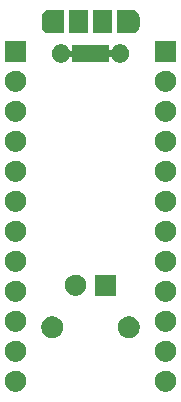
<source format=gbr>
G04 #@! TF.GenerationSoftware,KiCad,Pcbnew,(5.1.5)-3*
G04 #@! TF.CreationDate,2020-12-19T00:41:02-05:00*
G04 #@! TF.ProjectId,STM32_Breakout,53544d33-325f-4427-9265-616b6f75742e,rev?*
G04 #@! TF.SameCoordinates,Original*
G04 #@! TF.FileFunction,Soldermask,Top*
G04 #@! TF.FilePolarity,Negative*
%FSLAX46Y46*%
G04 Gerber Fmt 4.6, Leading zero omitted, Abs format (unit mm)*
G04 Created by KiCad (PCBNEW (5.1.5)-3) date 2020-12-19 00:41:02*
%MOMM*%
%LPD*%
G04 APERTURE LIST*
%ADD10C,0.100000*%
G04 APERTURE END LIST*
D10*
G36*
X134733512Y-103243927D02*
G01*
X134882812Y-103273624D01*
X135046784Y-103341544D01*
X135194354Y-103440147D01*
X135319853Y-103565646D01*
X135418456Y-103713216D01*
X135486376Y-103877188D01*
X135521000Y-104051259D01*
X135521000Y-104228741D01*
X135486376Y-104402812D01*
X135418456Y-104566784D01*
X135319853Y-104714354D01*
X135194354Y-104839853D01*
X135046784Y-104938456D01*
X134882812Y-105006376D01*
X134733512Y-105036073D01*
X134708742Y-105041000D01*
X134531258Y-105041000D01*
X134506488Y-105036073D01*
X134357188Y-105006376D01*
X134193216Y-104938456D01*
X134045646Y-104839853D01*
X133920147Y-104714354D01*
X133821544Y-104566784D01*
X133753624Y-104402812D01*
X133719000Y-104228741D01*
X133719000Y-104051259D01*
X133753624Y-103877188D01*
X133821544Y-103713216D01*
X133920147Y-103565646D01*
X134045646Y-103440147D01*
X134193216Y-103341544D01*
X134357188Y-103273624D01*
X134506488Y-103243927D01*
X134531258Y-103239000D01*
X134708742Y-103239000D01*
X134733512Y-103243927D01*
G37*
G36*
X122033512Y-103243927D02*
G01*
X122182812Y-103273624D01*
X122346784Y-103341544D01*
X122494354Y-103440147D01*
X122619853Y-103565646D01*
X122718456Y-103713216D01*
X122786376Y-103877188D01*
X122821000Y-104051259D01*
X122821000Y-104228741D01*
X122786376Y-104402812D01*
X122718456Y-104566784D01*
X122619853Y-104714354D01*
X122494354Y-104839853D01*
X122346784Y-104938456D01*
X122182812Y-105006376D01*
X122033512Y-105036073D01*
X122008742Y-105041000D01*
X121831258Y-105041000D01*
X121806488Y-105036073D01*
X121657188Y-105006376D01*
X121493216Y-104938456D01*
X121345646Y-104839853D01*
X121220147Y-104714354D01*
X121121544Y-104566784D01*
X121053624Y-104402812D01*
X121019000Y-104228741D01*
X121019000Y-104051259D01*
X121053624Y-103877188D01*
X121121544Y-103713216D01*
X121220147Y-103565646D01*
X121345646Y-103440147D01*
X121493216Y-103341544D01*
X121657188Y-103273624D01*
X121806488Y-103243927D01*
X121831258Y-103239000D01*
X122008742Y-103239000D01*
X122033512Y-103243927D01*
G37*
G36*
X134733512Y-100703927D02*
G01*
X134882812Y-100733624D01*
X135046784Y-100801544D01*
X135194354Y-100900147D01*
X135319853Y-101025646D01*
X135418456Y-101173216D01*
X135486376Y-101337188D01*
X135521000Y-101511259D01*
X135521000Y-101688741D01*
X135486376Y-101862812D01*
X135418456Y-102026784D01*
X135319853Y-102174354D01*
X135194354Y-102299853D01*
X135046784Y-102398456D01*
X134882812Y-102466376D01*
X134733512Y-102496073D01*
X134708742Y-102501000D01*
X134531258Y-102501000D01*
X134506488Y-102496073D01*
X134357188Y-102466376D01*
X134193216Y-102398456D01*
X134045646Y-102299853D01*
X133920147Y-102174354D01*
X133821544Y-102026784D01*
X133753624Y-101862812D01*
X133719000Y-101688741D01*
X133719000Y-101511259D01*
X133753624Y-101337188D01*
X133821544Y-101173216D01*
X133920147Y-101025646D01*
X134045646Y-100900147D01*
X134193216Y-100801544D01*
X134357188Y-100733624D01*
X134506488Y-100703927D01*
X134531258Y-100699000D01*
X134708742Y-100699000D01*
X134733512Y-100703927D01*
G37*
G36*
X122033512Y-100703927D02*
G01*
X122182812Y-100733624D01*
X122346784Y-100801544D01*
X122494354Y-100900147D01*
X122619853Y-101025646D01*
X122718456Y-101173216D01*
X122786376Y-101337188D01*
X122821000Y-101511259D01*
X122821000Y-101688741D01*
X122786376Y-101862812D01*
X122718456Y-102026784D01*
X122619853Y-102174354D01*
X122494354Y-102299853D01*
X122346784Y-102398456D01*
X122182812Y-102466376D01*
X122033512Y-102496073D01*
X122008742Y-102501000D01*
X121831258Y-102501000D01*
X121806488Y-102496073D01*
X121657188Y-102466376D01*
X121493216Y-102398456D01*
X121345646Y-102299853D01*
X121220147Y-102174354D01*
X121121544Y-102026784D01*
X121053624Y-101862812D01*
X121019000Y-101688741D01*
X121019000Y-101511259D01*
X121053624Y-101337188D01*
X121121544Y-101173216D01*
X121220147Y-101025646D01*
X121345646Y-100900147D01*
X121493216Y-100801544D01*
X121657188Y-100733624D01*
X121806488Y-100703927D01*
X121831258Y-100699000D01*
X122008742Y-100699000D01*
X122033512Y-100703927D01*
G37*
G36*
X131790104Y-98677585D02*
G01*
X131958626Y-98747389D01*
X132110291Y-98848728D01*
X132239272Y-98977709D01*
X132340611Y-99129374D01*
X132410415Y-99297896D01*
X132446000Y-99476797D01*
X132446000Y-99659203D01*
X132410415Y-99838104D01*
X132340611Y-100006626D01*
X132239272Y-100158291D01*
X132110291Y-100287272D01*
X131958626Y-100388611D01*
X131790104Y-100458415D01*
X131611203Y-100494000D01*
X131428797Y-100494000D01*
X131249896Y-100458415D01*
X131081374Y-100388611D01*
X130929709Y-100287272D01*
X130800728Y-100158291D01*
X130699389Y-100006626D01*
X130629585Y-99838104D01*
X130594000Y-99659203D01*
X130594000Y-99476797D01*
X130629585Y-99297896D01*
X130699389Y-99129374D01*
X130800728Y-98977709D01*
X130929709Y-98848728D01*
X131081374Y-98747389D01*
X131249896Y-98677585D01*
X131428797Y-98642000D01*
X131611203Y-98642000D01*
X131790104Y-98677585D01*
G37*
G36*
X125290104Y-98677585D02*
G01*
X125458626Y-98747389D01*
X125610291Y-98848728D01*
X125739272Y-98977709D01*
X125840611Y-99129374D01*
X125910415Y-99297896D01*
X125946000Y-99476797D01*
X125946000Y-99659203D01*
X125910415Y-99838104D01*
X125840611Y-100006626D01*
X125739272Y-100158291D01*
X125610291Y-100287272D01*
X125458626Y-100388611D01*
X125290104Y-100458415D01*
X125111203Y-100494000D01*
X124928797Y-100494000D01*
X124749896Y-100458415D01*
X124581374Y-100388611D01*
X124429709Y-100287272D01*
X124300728Y-100158291D01*
X124199389Y-100006626D01*
X124129585Y-99838104D01*
X124094000Y-99659203D01*
X124094000Y-99476797D01*
X124129585Y-99297896D01*
X124199389Y-99129374D01*
X124300728Y-98977709D01*
X124429709Y-98848728D01*
X124581374Y-98747389D01*
X124749896Y-98677585D01*
X124928797Y-98642000D01*
X125111203Y-98642000D01*
X125290104Y-98677585D01*
G37*
G36*
X122033512Y-98163927D02*
G01*
X122182812Y-98193624D01*
X122346784Y-98261544D01*
X122494354Y-98360147D01*
X122619853Y-98485646D01*
X122718456Y-98633216D01*
X122786376Y-98797188D01*
X122821000Y-98971259D01*
X122821000Y-99148741D01*
X122786376Y-99322812D01*
X122718456Y-99486784D01*
X122619853Y-99634354D01*
X122494354Y-99759853D01*
X122346784Y-99858456D01*
X122182812Y-99926376D01*
X122033512Y-99956073D01*
X122008742Y-99961000D01*
X121831258Y-99961000D01*
X121806488Y-99956073D01*
X121657188Y-99926376D01*
X121493216Y-99858456D01*
X121345646Y-99759853D01*
X121220147Y-99634354D01*
X121121544Y-99486784D01*
X121053624Y-99322812D01*
X121019000Y-99148741D01*
X121019000Y-98971259D01*
X121053624Y-98797188D01*
X121121544Y-98633216D01*
X121220147Y-98485646D01*
X121345646Y-98360147D01*
X121493216Y-98261544D01*
X121657188Y-98193624D01*
X121806488Y-98163927D01*
X121831258Y-98159000D01*
X122008742Y-98159000D01*
X122033512Y-98163927D01*
G37*
G36*
X134733512Y-98163927D02*
G01*
X134882812Y-98193624D01*
X135046784Y-98261544D01*
X135194354Y-98360147D01*
X135319853Y-98485646D01*
X135418456Y-98633216D01*
X135486376Y-98797188D01*
X135521000Y-98971259D01*
X135521000Y-99148741D01*
X135486376Y-99322812D01*
X135418456Y-99486784D01*
X135319853Y-99634354D01*
X135194354Y-99759853D01*
X135046784Y-99858456D01*
X134882812Y-99926376D01*
X134733512Y-99956073D01*
X134708742Y-99961000D01*
X134531258Y-99961000D01*
X134506488Y-99956073D01*
X134357188Y-99926376D01*
X134193216Y-99858456D01*
X134045646Y-99759853D01*
X133920147Y-99634354D01*
X133821544Y-99486784D01*
X133753624Y-99322812D01*
X133719000Y-99148741D01*
X133719000Y-98971259D01*
X133753624Y-98797188D01*
X133821544Y-98633216D01*
X133920147Y-98485646D01*
X134045646Y-98360147D01*
X134193216Y-98261544D01*
X134357188Y-98193624D01*
X134506488Y-98163927D01*
X134531258Y-98159000D01*
X134708742Y-98159000D01*
X134733512Y-98163927D01*
G37*
G36*
X122033512Y-95623927D02*
G01*
X122182812Y-95653624D01*
X122346784Y-95721544D01*
X122494354Y-95820147D01*
X122619853Y-95945646D01*
X122718456Y-96093216D01*
X122786376Y-96257188D01*
X122821000Y-96431259D01*
X122821000Y-96608741D01*
X122786376Y-96782812D01*
X122718456Y-96946784D01*
X122619853Y-97094354D01*
X122494354Y-97219853D01*
X122346784Y-97318456D01*
X122182812Y-97386376D01*
X122033512Y-97416073D01*
X122008742Y-97421000D01*
X121831258Y-97421000D01*
X121806488Y-97416073D01*
X121657188Y-97386376D01*
X121493216Y-97318456D01*
X121345646Y-97219853D01*
X121220147Y-97094354D01*
X121121544Y-96946784D01*
X121053624Y-96782812D01*
X121019000Y-96608741D01*
X121019000Y-96431259D01*
X121053624Y-96257188D01*
X121121544Y-96093216D01*
X121220147Y-95945646D01*
X121345646Y-95820147D01*
X121493216Y-95721544D01*
X121657188Y-95653624D01*
X121806488Y-95623927D01*
X121831258Y-95619000D01*
X122008742Y-95619000D01*
X122033512Y-95623927D01*
G37*
G36*
X134733512Y-95623927D02*
G01*
X134882812Y-95653624D01*
X135046784Y-95721544D01*
X135194354Y-95820147D01*
X135319853Y-95945646D01*
X135418456Y-96093216D01*
X135486376Y-96257188D01*
X135521000Y-96431259D01*
X135521000Y-96608741D01*
X135486376Y-96782812D01*
X135418456Y-96946784D01*
X135319853Y-97094354D01*
X135194354Y-97219853D01*
X135046784Y-97318456D01*
X134882812Y-97386376D01*
X134733512Y-97416073D01*
X134708742Y-97421000D01*
X134531258Y-97421000D01*
X134506488Y-97416073D01*
X134357188Y-97386376D01*
X134193216Y-97318456D01*
X134045646Y-97219853D01*
X133920147Y-97094354D01*
X133821544Y-96946784D01*
X133753624Y-96782812D01*
X133719000Y-96608741D01*
X133719000Y-96431259D01*
X133753624Y-96257188D01*
X133821544Y-96093216D01*
X133920147Y-95945646D01*
X134045646Y-95820147D01*
X134193216Y-95721544D01*
X134357188Y-95653624D01*
X134506488Y-95623927D01*
X134531258Y-95619000D01*
X134708742Y-95619000D01*
X134733512Y-95623927D01*
G37*
G36*
X130441000Y-96913000D02*
G01*
X128639000Y-96913000D01*
X128639000Y-95111000D01*
X130441000Y-95111000D01*
X130441000Y-96913000D01*
G37*
G36*
X127113512Y-95115927D02*
G01*
X127262812Y-95145624D01*
X127426784Y-95213544D01*
X127574354Y-95312147D01*
X127699853Y-95437646D01*
X127798456Y-95585216D01*
X127866376Y-95749188D01*
X127901000Y-95923259D01*
X127901000Y-96100741D01*
X127866376Y-96274812D01*
X127798456Y-96438784D01*
X127699853Y-96586354D01*
X127574354Y-96711853D01*
X127426784Y-96810456D01*
X127262812Y-96878376D01*
X127113512Y-96908073D01*
X127088742Y-96913000D01*
X126911258Y-96913000D01*
X126886488Y-96908073D01*
X126737188Y-96878376D01*
X126573216Y-96810456D01*
X126425646Y-96711853D01*
X126300147Y-96586354D01*
X126201544Y-96438784D01*
X126133624Y-96274812D01*
X126099000Y-96100741D01*
X126099000Y-95923259D01*
X126133624Y-95749188D01*
X126201544Y-95585216D01*
X126300147Y-95437646D01*
X126425646Y-95312147D01*
X126573216Y-95213544D01*
X126737188Y-95145624D01*
X126886488Y-95115927D01*
X126911258Y-95111000D01*
X127088742Y-95111000D01*
X127113512Y-95115927D01*
G37*
G36*
X134733512Y-93083927D02*
G01*
X134882812Y-93113624D01*
X135046784Y-93181544D01*
X135194354Y-93280147D01*
X135319853Y-93405646D01*
X135418456Y-93553216D01*
X135486376Y-93717188D01*
X135521000Y-93891259D01*
X135521000Y-94068741D01*
X135486376Y-94242812D01*
X135418456Y-94406784D01*
X135319853Y-94554354D01*
X135194354Y-94679853D01*
X135046784Y-94778456D01*
X134882812Y-94846376D01*
X134733512Y-94876073D01*
X134708742Y-94881000D01*
X134531258Y-94881000D01*
X134506488Y-94876073D01*
X134357188Y-94846376D01*
X134193216Y-94778456D01*
X134045646Y-94679853D01*
X133920147Y-94554354D01*
X133821544Y-94406784D01*
X133753624Y-94242812D01*
X133719000Y-94068741D01*
X133719000Y-93891259D01*
X133753624Y-93717188D01*
X133821544Y-93553216D01*
X133920147Y-93405646D01*
X134045646Y-93280147D01*
X134193216Y-93181544D01*
X134357188Y-93113624D01*
X134506488Y-93083927D01*
X134531258Y-93079000D01*
X134708742Y-93079000D01*
X134733512Y-93083927D01*
G37*
G36*
X122033512Y-93083927D02*
G01*
X122182812Y-93113624D01*
X122346784Y-93181544D01*
X122494354Y-93280147D01*
X122619853Y-93405646D01*
X122718456Y-93553216D01*
X122786376Y-93717188D01*
X122821000Y-93891259D01*
X122821000Y-94068741D01*
X122786376Y-94242812D01*
X122718456Y-94406784D01*
X122619853Y-94554354D01*
X122494354Y-94679853D01*
X122346784Y-94778456D01*
X122182812Y-94846376D01*
X122033512Y-94876073D01*
X122008742Y-94881000D01*
X121831258Y-94881000D01*
X121806488Y-94876073D01*
X121657188Y-94846376D01*
X121493216Y-94778456D01*
X121345646Y-94679853D01*
X121220147Y-94554354D01*
X121121544Y-94406784D01*
X121053624Y-94242812D01*
X121019000Y-94068741D01*
X121019000Y-93891259D01*
X121053624Y-93717188D01*
X121121544Y-93553216D01*
X121220147Y-93405646D01*
X121345646Y-93280147D01*
X121493216Y-93181544D01*
X121657188Y-93113624D01*
X121806488Y-93083927D01*
X121831258Y-93079000D01*
X122008742Y-93079000D01*
X122033512Y-93083927D01*
G37*
G36*
X134733512Y-90543927D02*
G01*
X134882812Y-90573624D01*
X135046784Y-90641544D01*
X135194354Y-90740147D01*
X135319853Y-90865646D01*
X135418456Y-91013216D01*
X135486376Y-91177188D01*
X135521000Y-91351259D01*
X135521000Y-91528741D01*
X135486376Y-91702812D01*
X135418456Y-91866784D01*
X135319853Y-92014354D01*
X135194354Y-92139853D01*
X135046784Y-92238456D01*
X134882812Y-92306376D01*
X134733512Y-92336073D01*
X134708742Y-92341000D01*
X134531258Y-92341000D01*
X134506488Y-92336073D01*
X134357188Y-92306376D01*
X134193216Y-92238456D01*
X134045646Y-92139853D01*
X133920147Y-92014354D01*
X133821544Y-91866784D01*
X133753624Y-91702812D01*
X133719000Y-91528741D01*
X133719000Y-91351259D01*
X133753624Y-91177188D01*
X133821544Y-91013216D01*
X133920147Y-90865646D01*
X134045646Y-90740147D01*
X134193216Y-90641544D01*
X134357188Y-90573624D01*
X134506488Y-90543927D01*
X134531258Y-90539000D01*
X134708742Y-90539000D01*
X134733512Y-90543927D01*
G37*
G36*
X122033512Y-90543927D02*
G01*
X122182812Y-90573624D01*
X122346784Y-90641544D01*
X122494354Y-90740147D01*
X122619853Y-90865646D01*
X122718456Y-91013216D01*
X122786376Y-91177188D01*
X122821000Y-91351259D01*
X122821000Y-91528741D01*
X122786376Y-91702812D01*
X122718456Y-91866784D01*
X122619853Y-92014354D01*
X122494354Y-92139853D01*
X122346784Y-92238456D01*
X122182812Y-92306376D01*
X122033512Y-92336073D01*
X122008742Y-92341000D01*
X121831258Y-92341000D01*
X121806488Y-92336073D01*
X121657188Y-92306376D01*
X121493216Y-92238456D01*
X121345646Y-92139853D01*
X121220147Y-92014354D01*
X121121544Y-91866784D01*
X121053624Y-91702812D01*
X121019000Y-91528741D01*
X121019000Y-91351259D01*
X121053624Y-91177188D01*
X121121544Y-91013216D01*
X121220147Y-90865646D01*
X121345646Y-90740147D01*
X121493216Y-90641544D01*
X121657188Y-90573624D01*
X121806488Y-90543927D01*
X121831258Y-90539000D01*
X122008742Y-90539000D01*
X122033512Y-90543927D01*
G37*
G36*
X134733512Y-88003927D02*
G01*
X134882812Y-88033624D01*
X135046784Y-88101544D01*
X135194354Y-88200147D01*
X135319853Y-88325646D01*
X135418456Y-88473216D01*
X135486376Y-88637188D01*
X135521000Y-88811259D01*
X135521000Y-88988741D01*
X135486376Y-89162812D01*
X135418456Y-89326784D01*
X135319853Y-89474354D01*
X135194354Y-89599853D01*
X135046784Y-89698456D01*
X134882812Y-89766376D01*
X134733512Y-89796073D01*
X134708742Y-89801000D01*
X134531258Y-89801000D01*
X134506488Y-89796073D01*
X134357188Y-89766376D01*
X134193216Y-89698456D01*
X134045646Y-89599853D01*
X133920147Y-89474354D01*
X133821544Y-89326784D01*
X133753624Y-89162812D01*
X133719000Y-88988741D01*
X133719000Y-88811259D01*
X133753624Y-88637188D01*
X133821544Y-88473216D01*
X133920147Y-88325646D01*
X134045646Y-88200147D01*
X134193216Y-88101544D01*
X134357188Y-88033624D01*
X134506488Y-88003927D01*
X134531258Y-87999000D01*
X134708742Y-87999000D01*
X134733512Y-88003927D01*
G37*
G36*
X122033512Y-88003927D02*
G01*
X122182812Y-88033624D01*
X122346784Y-88101544D01*
X122494354Y-88200147D01*
X122619853Y-88325646D01*
X122718456Y-88473216D01*
X122786376Y-88637188D01*
X122821000Y-88811259D01*
X122821000Y-88988741D01*
X122786376Y-89162812D01*
X122718456Y-89326784D01*
X122619853Y-89474354D01*
X122494354Y-89599853D01*
X122346784Y-89698456D01*
X122182812Y-89766376D01*
X122033512Y-89796073D01*
X122008742Y-89801000D01*
X121831258Y-89801000D01*
X121806488Y-89796073D01*
X121657188Y-89766376D01*
X121493216Y-89698456D01*
X121345646Y-89599853D01*
X121220147Y-89474354D01*
X121121544Y-89326784D01*
X121053624Y-89162812D01*
X121019000Y-88988741D01*
X121019000Y-88811259D01*
X121053624Y-88637188D01*
X121121544Y-88473216D01*
X121220147Y-88325646D01*
X121345646Y-88200147D01*
X121493216Y-88101544D01*
X121657188Y-88033624D01*
X121806488Y-88003927D01*
X121831258Y-87999000D01*
X122008742Y-87999000D01*
X122033512Y-88003927D01*
G37*
G36*
X122033512Y-85463927D02*
G01*
X122182812Y-85493624D01*
X122346784Y-85561544D01*
X122494354Y-85660147D01*
X122619853Y-85785646D01*
X122718456Y-85933216D01*
X122786376Y-86097188D01*
X122821000Y-86271259D01*
X122821000Y-86448741D01*
X122786376Y-86622812D01*
X122718456Y-86786784D01*
X122619853Y-86934354D01*
X122494354Y-87059853D01*
X122346784Y-87158456D01*
X122182812Y-87226376D01*
X122033512Y-87256073D01*
X122008742Y-87261000D01*
X121831258Y-87261000D01*
X121806488Y-87256073D01*
X121657188Y-87226376D01*
X121493216Y-87158456D01*
X121345646Y-87059853D01*
X121220147Y-86934354D01*
X121121544Y-86786784D01*
X121053624Y-86622812D01*
X121019000Y-86448741D01*
X121019000Y-86271259D01*
X121053624Y-86097188D01*
X121121544Y-85933216D01*
X121220147Y-85785646D01*
X121345646Y-85660147D01*
X121493216Y-85561544D01*
X121657188Y-85493624D01*
X121806488Y-85463927D01*
X121831258Y-85459000D01*
X122008742Y-85459000D01*
X122033512Y-85463927D01*
G37*
G36*
X134733512Y-85463927D02*
G01*
X134882812Y-85493624D01*
X135046784Y-85561544D01*
X135194354Y-85660147D01*
X135319853Y-85785646D01*
X135418456Y-85933216D01*
X135486376Y-86097188D01*
X135521000Y-86271259D01*
X135521000Y-86448741D01*
X135486376Y-86622812D01*
X135418456Y-86786784D01*
X135319853Y-86934354D01*
X135194354Y-87059853D01*
X135046784Y-87158456D01*
X134882812Y-87226376D01*
X134733512Y-87256073D01*
X134708742Y-87261000D01*
X134531258Y-87261000D01*
X134506488Y-87256073D01*
X134357188Y-87226376D01*
X134193216Y-87158456D01*
X134045646Y-87059853D01*
X133920147Y-86934354D01*
X133821544Y-86786784D01*
X133753624Y-86622812D01*
X133719000Y-86448741D01*
X133719000Y-86271259D01*
X133753624Y-86097188D01*
X133821544Y-85933216D01*
X133920147Y-85785646D01*
X134045646Y-85660147D01*
X134193216Y-85561544D01*
X134357188Y-85493624D01*
X134506488Y-85463927D01*
X134531258Y-85459000D01*
X134708742Y-85459000D01*
X134733512Y-85463927D01*
G37*
G36*
X134733512Y-82923927D02*
G01*
X134882812Y-82953624D01*
X135046784Y-83021544D01*
X135194354Y-83120147D01*
X135319853Y-83245646D01*
X135418456Y-83393216D01*
X135486376Y-83557188D01*
X135521000Y-83731259D01*
X135521000Y-83908741D01*
X135486376Y-84082812D01*
X135418456Y-84246784D01*
X135319853Y-84394354D01*
X135194354Y-84519853D01*
X135046784Y-84618456D01*
X134882812Y-84686376D01*
X134733512Y-84716073D01*
X134708742Y-84721000D01*
X134531258Y-84721000D01*
X134506488Y-84716073D01*
X134357188Y-84686376D01*
X134193216Y-84618456D01*
X134045646Y-84519853D01*
X133920147Y-84394354D01*
X133821544Y-84246784D01*
X133753624Y-84082812D01*
X133719000Y-83908741D01*
X133719000Y-83731259D01*
X133753624Y-83557188D01*
X133821544Y-83393216D01*
X133920147Y-83245646D01*
X134045646Y-83120147D01*
X134193216Y-83021544D01*
X134357188Y-82953624D01*
X134506488Y-82923927D01*
X134531258Y-82919000D01*
X134708742Y-82919000D01*
X134733512Y-82923927D01*
G37*
G36*
X122033512Y-82923927D02*
G01*
X122182812Y-82953624D01*
X122346784Y-83021544D01*
X122494354Y-83120147D01*
X122619853Y-83245646D01*
X122718456Y-83393216D01*
X122786376Y-83557188D01*
X122821000Y-83731259D01*
X122821000Y-83908741D01*
X122786376Y-84082812D01*
X122718456Y-84246784D01*
X122619853Y-84394354D01*
X122494354Y-84519853D01*
X122346784Y-84618456D01*
X122182812Y-84686376D01*
X122033512Y-84716073D01*
X122008742Y-84721000D01*
X121831258Y-84721000D01*
X121806488Y-84716073D01*
X121657188Y-84686376D01*
X121493216Y-84618456D01*
X121345646Y-84519853D01*
X121220147Y-84394354D01*
X121121544Y-84246784D01*
X121053624Y-84082812D01*
X121019000Y-83908741D01*
X121019000Y-83731259D01*
X121053624Y-83557188D01*
X121121544Y-83393216D01*
X121220147Y-83245646D01*
X121345646Y-83120147D01*
X121493216Y-83021544D01*
X121657188Y-82953624D01*
X121806488Y-82923927D01*
X121831258Y-82919000D01*
X122008742Y-82919000D01*
X122033512Y-82923927D01*
G37*
G36*
X134733512Y-80383927D02*
G01*
X134882812Y-80413624D01*
X135046784Y-80481544D01*
X135194354Y-80580147D01*
X135319853Y-80705646D01*
X135418456Y-80853216D01*
X135486376Y-81017188D01*
X135521000Y-81191259D01*
X135521000Y-81368741D01*
X135486376Y-81542812D01*
X135418456Y-81706784D01*
X135319853Y-81854354D01*
X135194354Y-81979853D01*
X135046784Y-82078456D01*
X134882812Y-82146376D01*
X134733512Y-82176073D01*
X134708742Y-82181000D01*
X134531258Y-82181000D01*
X134506488Y-82176073D01*
X134357188Y-82146376D01*
X134193216Y-82078456D01*
X134045646Y-81979853D01*
X133920147Y-81854354D01*
X133821544Y-81706784D01*
X133753624Y-81542812D01*
X133719000Y-81368741D01*
X133719000Y-81191259D01*
X133753624Y-81017188D01*
X133821544Y-80853216D01*
X133920147Y-80705646D01*
X134045646Y-80580147D01*
X134193216Y-80481544D01*
X134357188Y-80413624D01*
X134506488Y-80383927D01*
X134531258Y-80379000D01*
X134708742Y-80379000D01*
X134733512Y-80383927D01*
G37*
G36*
X122033512Y-80383927D02*
G01*
X122182812Y-80413624D01*
X122346784Y-80481544D01*
X122494354Y-80580147D01*
X122619853Y-80705646D01*
X122718456Y-80853216D01*
X122786376Y-81017188D01*
X122821000Y-81191259D01*
X122821000Y-81368741D01*
X122786376Y-81542812D01*
X122718456Y-81706784D01*
X122619853Y-81854354D01*
X122494354Y-81979853D01*
X122346784Y-82078456D01*
X122182812Y-82146376D01*
X122033512Y-82176073D01*
X122008742Y-82181000D01*
X121831258Y-82181000D01*
X121806488Y-82176073D01*
X121657188Y-82146376D01*
X121493216Y-82078456D01*
X121345646Y-81979853D01*
X121220147Y-81854354D01*
X121121544Y-81706784D01*
X121053624Y-81542812D01*
X121019000Y-81368741D01*
X121019000Y-81191259D01*
X121053624Y-81017188D01*
X121121544Y-80853216D01*
X121220147Y-80705646D01*
X121345646Y-80580147D01*
X121493216Y-80481544D01*
X121657188Y-80413624D01*
X121806488Y-80383927D01*
X121831258Y-80379000D01*
X122008742Y-80379000D01*
X122033512Y-80383927D01*
G37*
G36*
X122033512Y-77843927D02*
G01*
X122182812Y-77873624D01*
X122346784Y-77941544D01*
X122494354Y-78040147D01*
X122619853Y-78165646D01*
X122718456Y-78313216D01*
X122786376Y-78477188D01*
X122821000Y-78651259D01*
X122821000Y-78828741D01*
X122786376Y-79002812D01*
X122718456Y-79166784D01*
X122619853Y-79314354D01*
X122494354Y-79439853D01*
X122346784Y-79538456D01*
X122182812Y-79606376D01*
X122033512Y-79636073D01*
X122008742Y-79641000D01*
X121831258Y-79641000D01*
X121806488Y-79636073D01*
X121657188Y-79606376D01*
X121493216Y-79538456D01*
X121345646Y-79439853D01*
X121220147Y-79314354D01*
X121121544Y-79166784D01*
X121053624Y-79002812D01*
X121019000Y-78828741D01*
X121019000Y-78651259D01*
X121053624Y-78477188D01*
X121121544Y-78313216D01*
X121220147Y-78165646D01*
X121345646Y-78040147D01*
X121493216Y-77941544D01*
X121657188Y-77873624D01*
X121806488Y-77843927D01*
X121831258Y-77839000D01*
X122008742Y-77839000D01*
X122033512Y-77843927D01*
G37*
G36*
X134733512Y-77843927D02*
G01*
X134882812Y-77873624D01*
X135046784Y-77941544D01*
X135194354Y-78040147D01*
X135319853Y-78165646D01*
X135418456Y-78313216D01*
X135486376Y-78477188D01*
X135521000Y-78651259D01*
X135521000Y-78828741D01*
X135486376Y-79002812D01*
X135418456Y-79166784D01*
X135319853Y-79314354D01*
X135194354Y-79439853D01*
X135046784Y-79538456D01*
X134882812Y-79606376D01*
X134733512Y-79636073D01*
X134708742Y-79641000D01*
X134531258Y-79641000D01*
X134506488Y-79636073D01*
X134357188Y-79606376D01*
X134193216Y-79538456D01*
X134045646Y-79439853D01*
X133920147Y-79314354D01*
X133821544Y-79166784D01*
X133753624Y-79002812D01*
X133719000Y-78828741D01*
X133719000Y-78651259D01*
X133753624Y-78477188D01*
X133821544Y-78313216D01*
X133920147Y-78165646D01*
X134045646Y-78040147D01*
X134193216Y-77941544D01*
X134357188Y-77873624D01*
X134506488Y-77843927D01*
X134531258Y-77839000D01*
X134708742Y-77839000D01*
X134733512Y-77843927D01*
G37*
G36*
X125996348Y-75646320D02*
G01*
X125996350Y-75646321D01*
X125996351Y-75646321D01*
X126137574Y-75704817D01*
X126137577Y-75704819D01*
X126264669Y-75789739D01*
X126372761Y-75897831D01*
X126429375Y-75982560D01*
X126457683Y-76024926D01*
X126478517Y-76075225D01*
X126490068Y-76096836D01*
X126505614Y-76115778D01*
X126524556Y-76131323D01*
X126546166Y-76142874D01*
X126569615Y-76149987D01*
X126594001Y-76152389D01*
X126618387Y-76149987D01*
X126641836Y-76142874D01*
X126663447Y-76131323D01*
X126682389Y-76115777D01*
X126697934Y-76096835D01*
X126709485Y-76075225D01*
X126716598Y-76051776D01*
X126719000Y-76027390D01*
X126719000Y-75666500D01*
X129821000Y-75666500D01*
X129821000Y-76027390D01*
X129823402Y-76051776D01*
X129830515Y-76075225D01*
X129842066Y-76096836D01*
X129857611Y-76115778D01*
X129876553Y-76131323D01*
X129898164Y-76142874D01*
X129921613Y-76149987D01*
X129945999Y-76152389D01*
X129970385Y-76149987D01*
X129993834Y-76142874D01*
X130015445Y-76131323D01*
X130034387Y-76115778D01*
X130049932Y-76096836D01*
X130061483Y-76075225D01*
X130082317Y-76024926D01*
X130110625Y-75982560D01*
X130167239Y-75897831D01*
X130275331Y-75789739D01*
X130402423Y-75704819D01*
X130402426Y-75704817D01*
X130543649Y-75646321D01*
X130543650Y-75646321D01*
X130543652Y-75646320D01*
X130693569Y-75616500D01*
X130846431Y-75616500D01*
X130996348Y-75646320D01*
X130996350Y-75646321D01*
X130996351Y-75646321D01*
X131137574Y-75704817D01*
X131137577Y-75704819D01*
X131264669Y-75789739D01*
X131372761Y-75897831D01*
X131457681Y-76024923D01*
X131457683Y-76024926D01*
X131516179Y-76166149D01*
X131546000Y-76316071D01*
X131546000Y-76468929D01*
X131516179Y-76618851D01*
X131457683Y-76760074D01*
X131457682Y-76760075D01*
X131457681Y-76760077D01*
X131372761Y-76887169D01*
X131264669Y-76995261D01*
X131137577Y-77080181D01*
X131137574Y-77080183D01*
X130996351Y-77138679D01*
X130996350Y-77138679D01*
X130996348Y-77138680D01*
X130846431Y-77168500D01*
X130693569Y-77168500D01*
X130543652Y-77138680D01*
X130543650Y-77138679D01*
X130543649Y-77138679D01*
X130402426Y-77080183D01*
X130402423Y-77080181D01*
X130275331Y-76995261D01*
X130167239Y-76887169D01*
X130082318Y-76760075D01*
X130082317Y-76760074D01*
X130061481Y-76709772D01*
X130049932Y-76688164D01*
X130034386Y-76669222D01*
X130015444Y-76653677D01*
X129993834Y-76642126D01*
X129970385Y-76635013D01*
X129945999Y-76632611D01*
X129921613Y-76635013D01*
X129898164Y-76642126D01*
X129876553Y-76653677D01*
X129857611Y-76669223D01*
X129842066Y-76688165D01*
X129830515Y-76709775D01*
X129823402Y-76733224D01*
X129821000Y-76757610D01*
X129821000Y-77118500D01*
X126719000Y-77118500D01*
X126719000Y-76757610D01*
X126716598Y-76733224D01*
X126709485Y-76709775D01*
X126697934Y-76688164D01*
X126682389Y-76669222D01*
X126663447Y-76653677D01*
X126641836Y-76642126D01*
X126618387Y-76635013D01*
X126594001Y-76632611D01*
X126569615Y-76635013D01*
X126546166Y-76642126D01*
X126524555Y-76653677D01*
X126505613Y-76669222D01*
X126490068Y-76688164D01*
X126478519Y-76709772D01*
X126457683Y-76760074D01*
X126457682Y-76760075D01*
X126372761Y-76887169D01*
X126264669Y-76995261D01*
X126137577Y-77080181D01*
X126137574Y-77080183D01*
X125996351Y-77138679D01*
X125996350Y-77138679D01*
X125996348Y-77138680D01*
X125846431Y-77168500D01*
X125693569Y-77168500D01*
X125543652Y-77138680D01*
X125543650Y-77138679D01*
X125543649Y-77138679D01*
X125402426Y-77080183D01*
X125402423Y-77080181D01*
X125275331Y-76995261D01*
X125167239Y-76887169D01*
X125082319Y-76760077D01*
X125082318Y-76760075D01*
X125082317Y-76760074D01*
X125023821Y-76618851D01*
X124994000Y-76468929D01*
X124994000Y-76316071D01*
X125023821Y-76166149D01*
X125082317Y-76024926D01*
X125082319Y-76024923D01*
X125167239Y-75897831D01*
X125275331Y-75789739D01*
X125402423Y-75704819D01*
X125402426Y-75704817D01*
X125543649Y-75646321D01*
X125543650Y-75646321D01*
X125543652Y-75646320D01*
X125693569Y-75616500D01*
X125846431Y-75616500D01*
X125996348Y-75646320D01*
G37*
G36*
X122821000Y-77101000D02*
G01*
X121019000Y-77101000D01*
X121019000Y-75299000D01*
X122821000Y-75299000D01*
X122821000Y-77101000D01*
G37*
G36*
X135521000Y-77101000D02*
G01*
X133719000Y-77101000D01*
X133719000Y-75299000D01*
X135521000Y-75299000D01*
X135521000Y-77101000D01*
G37*
G36*
X124795862Y-72690898D02*
G01*
X124808114Y-72691500D01*
X126021000Y-72691500D01*
X126021000Y-74693500D01*
X124808114Y-74693500D01*
X124795862Y-74694102D01*
X124770000Y-74696649D01*
X124744138Y-74694102D01*
X124731886Y-74693500D01*
X124658594Y-74693500D01*
X124641836Y-74684543D01*
X124630299Y-74680415D01*
X124545307Y-74654632D01*
X124519664Y-74646854D01*
X124406575Y-74586406D01*
X124307447Y-74505054D01*
X124226094Y-74405924D01*
X124165646Y-74292835D01*
X124155960Y-74260903D01*
X124128420Y-74170117D01*
X124119000Y-74074472D01*
X124119000Y-73310527D01*
X124128420Y-73214882D01*
X124165645Y-73092168D01*
X124226096Y-72979074D01*
X124307447Y-72879946D01*
X124406576Y-72798594D01*
X124519666Y-72738146D01*
X124519669Y-72738145D01*
X124630290Y-72704588D01*
X124652925Y-72695212D01*
X124658481Y-72691500D01*
X124731886Y-72691500D01*
X124744138Y-72690898D01*
X124770000Y-72688351D01*
X124795862Y-72690898D01*
G37*
G36*
X131795862Y-72690898D02*
G01*
X131808114Y-72691500D01*
X131881406Y-72691500D01*
X131898164Y-72700457D01*
X131909707Y-72704587D01*
X132020331Y-72738145D01*
X132020334Y-72738146D01*
X132133424Y-72798594D01*
X132232554Y-72879947D01*
X132313906Y-72979075D01*
X132374354Y-73092164D01*
X132384040Y-73124096D01*
X132411580Y-73214882D01*
X132421000Y-73310527D01*
X132421000Y-74074473D01*
X132411580Y-74170118D01*
X132384040Y-74260904D01*
X132374354Y-74292836D01*
X132313906Y-74405925D01*
X132232554Y-74505054D01*
X132133425Y-74586406D01*
X132020336Y-74646854D01*
X131994693Y-74654632D01*
X131909708Y-74680413D01*
X131887075Y-74689787D01*
X131881518Y-74693500D01*
X131808114Y-74693500D01*
X131795862Y-74694102D01*
X131770000Y-74696649D01*
X131744138Y-74694102D01*
X131731886Y-74693500D01*
X130519000Y-74693500D01*
X130519000Y-72691500D01*
X131731886Y-72691500D01*
X131744138Y-72690898D01*
X131770000Y-72688351D01*
X131795862Y-72690898D01*
G37*
G36*
X130071000Y-74693500D02*
G01*
X128469000Y-74693500D01*
X128469000Y-72691500D01*
X130071000Y-72691500D01*
X130071000Y-74693500D01*
G37*
G36*
X128071000Y-74693500D02*
G01*
X126469000Y-74693500D01*
X126469000Y-72691500D01*
X128071000Y-72691500D01*
X128071000Y-74693500D01*
G37*
M02*

</source>
